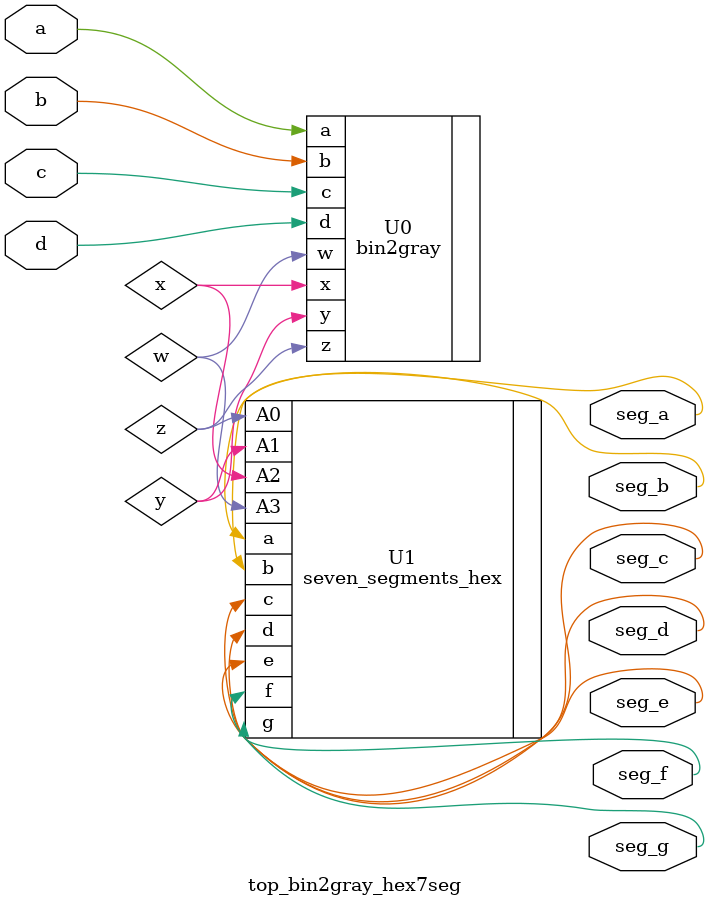
<source format=sv>
module top_bin2gray_hex7seg(
  input  logic a,b,c,d, 
  output logic seg_a, seg_b, seg_c, seg_d, seg_e, seg_f, seg_g
);
  // 1) Bin -> Gray
  logic w,x,y,z;             
  bin2gray U0 (
    .a(a), .b(b), .c(c), .d(d),
    .w(w), .x(x), .y(y), .z(z)
  );

  // 2) Gray (4b)
  seven_segments_hex U1 (
    .A3(w), .A2(x), .A1(y), .A0(z), 
    .a(seg_a), .b(seg_b), .c(seg_c), .d(seg_d),
    .e(seg_e), .f(seg_f), .g(seg_g)
  );

endmodule
</source>
